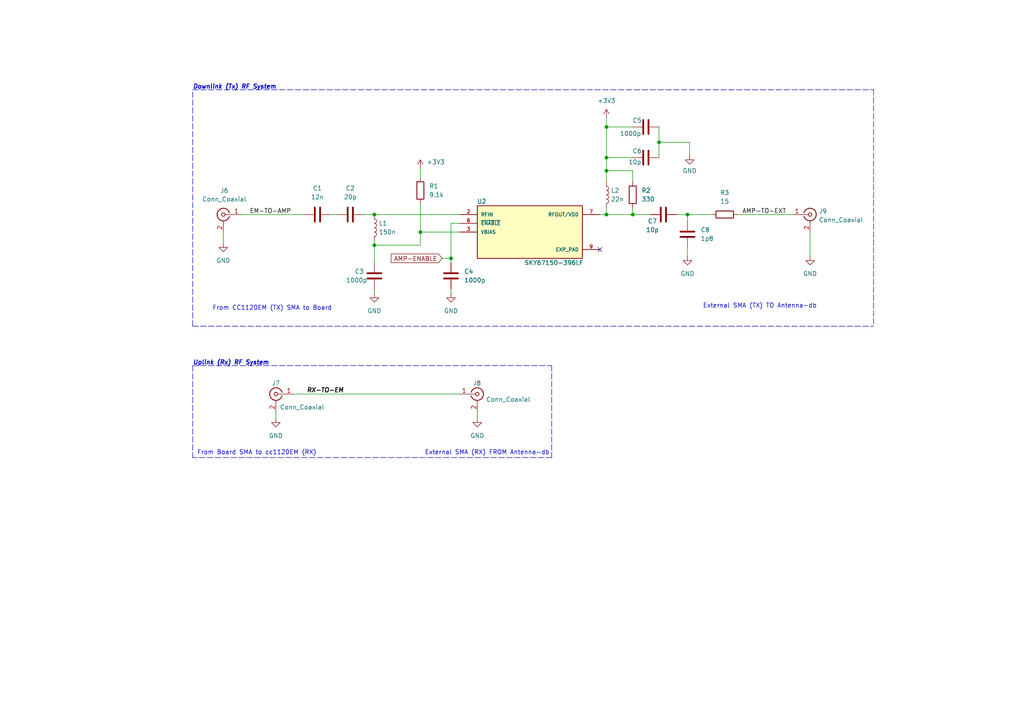
<source format=kicad_sch>
(kicad_sch (version 20211123) (generator eeschema)
  (paper "A4")
  (lib_symbols
    (symbol "Connector:Conn_Coaxial" (pin_names (offset 1.016) hide)
      (property "Reference" "J" (at 0.254 3.048 0))
      (property "Value" "Conn_Coaxial" (at 2.921 0 90))
      (symbol "Conn_Coaxial_0_1"
        (arc (start -1.778 -0.508) (mid 0.2311 -1.8066) (end 1.778 0) (stroke (width 0.254)))
        (polyline (pts (xy -2.54 0) (xy -0.508 0)))
        (polyline (pts (xy 0 -2.54) (xy 0 -1.778)))
        (circle (center 0 0) (radius 0.508) (stroke (width 0.2032)))
        (arc (start 1.778 0) (mid 0.2099 1.8101) (end -1.778 0.508) (stroke (width 0.254)))
      )
      (symbol "Conn_Coaxial_1_1"
        (pin passive line (at -5.08 0 0) (length 2.54) (name "In") (number "1"))
        (pin passive line (at 0 -5.08 90) (length 2.54) (name "Ext") (number "2"))
      )
    )
    (symbol "Device:C" (pin_numbers hide) (pin_names (offset 0.254))
      (property "Reference" "C" (at 0.635 2.54 0))
      (property "Value" "C" (at 0.635 -2.54 0))
      (symbol "C_0_1"
        (polyline (pts (xy -2.032 -0.762) (xy 2.032 -0.762)) (stroke (width 0.508)))
        (polyline (pts (xy -2.032 0.762) (xy 2.032 0.762)) (stroke (width 0.508)))
      )
      (symbol "C_1_1"
        (pin passive line (at 0 3.81 270) (length 2.794) (name "~") (number "1"))
        (pin passive line (at 0 -3.81 90) (length 2.794) (name "~") (number "2"))
      )
    )
    (symbol "Device:L" (pin_numbers hide) (pin_names (offset 1.016) hide)
      (property "Reference" "L" (at -1.27 0 90))
      (property "Value" "L" (at 1.905 0 90))
      (symbol "L_0_1"
        (arc (start 0 -2.54) (mid 0.635 -1.905) (end 0 -1.27))
        (arc (start 0 -1.27) (mid 0.635 -0.635) (end 0 0))
        (arc (start 0 0) (mid 0.635 0.635) (end 0 1.27))
        (arc (start 0 1.27) (mid 0.635 1.905) (end 0 2.54))
      )
      (symbol "L_1_1"
        (pin passive line (at 0 3.81 270) (length 1.27) (name "1") (number "1"))
        (pin passive line (at 0 -3.81 90) (length 1.27) (name "2") (number "2"))
      )
    )
    (symbol "Device:R" (pin_numbers hide) (pin_names (offset 0))
      (property "Reference" "R" (at 2.032 0 90))
      (property "Value" "R" (at 0 0 90))
      (symbol "R_0_1"
        (rectangle (start -1.016 -2.54) (end 1.016 2.54) (stroke (width 0.254)))
      )
      (symbol "R_1_1"
        (pin passive line (at 0 3.81 270) (length 1.27) (name "~") (number "1"))
        (pin passive line (at 0 -3.81 90) (length 1.27) (name "~") (number "2"))
      )
    )
    (symbol "SKY67150-396LF:SKY67150-396LF" (pin_names (offset 1.016))
      (property "Reference" "U" (at -15.2684 8.1432 0))
      (property "Value" "SKY67150-396LF" (at -15.2543 -10.1695 0))
      (symbol "SKY67150-396LF_0_0"
        (rectangle (start -15.24 -7.62) (end 15.24 7.62) (stroke (width 0.254)) (fill (type background)))
        (pin input line (at -20.32 5.08 0) (length 5.08) (name "RFIN") (number "2"))
        (pin input line (at -20.32 0 0) (length 5.08) (name "VBIAS") (number "3"))
        (pin input line (at -20.32 2.54 0) (length 5.08) (name "~{ENABLE}") (number "6"))
        (pin output line (at 20.32 5.08 180) (length 5.08) (name "RFOUT/VDD") (number "7"))
        (pin power_in line (at 20.32 -5.08 180) (length 5.08) (name "EXP_PAD") (number "9"))
      )
    )
    (symbol "power:+3V3" (power) (pin_names (offset 0))
      (property "Value" "+3V3" (at 0 3.556 0))
      (symbol "+3V3_0_1"
        (polyline (pts (xy -0.762 1.27) (xy 0 2.54)))
        (polyline (pts (xy 0 0) (xy 0 2.54)))
        (polyline (pts (xy 0 2.54) (xy 0.762 1.27)))
      )
      (symbol "+3V3_1_1"
        (pin power_in line (at 0 0 90) (length 0) hide (name "+3V3") (number "1"))
      )
    )
    (symbol "power:GND" (power) (pin_names (offset 0))
      (property "Value" "GND" (at 0 -3.81 0))
      (symbol "GND_0_1"
        (polyline (pts (xy 0 0) (xy 0 -1.27) (xy 1.27 -1.27) (xy 0 -2.54) (xy -1.27 -1.27) (xy 0 -1.27)))
      )
      (symbol "GND_1_1"
        (pin power_in line (at 0 0 270) (length 0) hide (name "GND") (number "1"))
      )
    )
  )
  (junction (at 183.515 62.23))
  (junction (at 199.39 62.23))
  (junction (at 175.895 45.72))
  (junction (at 191.135 41.275))
  (junction (at 108.585 62.23))
  (junction (at 175.895 36.83))
  (junction (at 175.895 62.23))
  (junction (at 175.895 49.53))
  (junction (at 108.585 71.12))
  (junction (at 121.92 67.31))
  (junction (at 130.81 74.93))
  (no_connect (at 173.99 72.39))
  (wire (pts (xy 128.27 74.93) (xy 130.81 74.93)))
  (wire (pts (xy 199.39 62.23) (xy 206.375 62.23)))
  (wire (pts (xy 175.895 36.83) (xy 175.895 45.72)))
  (wire (pts (xy 183.515 62.23) (xy 188.595 62.23)))
  (wire (pts (xy 183.515 52.705) (xy 183.515 49.53)))
  (wire (pts (xy 200.025 41.275) (xy 191.135 41.275)))
  (wire (pts (xy 80.01 121.285) (xy 80.01 119.38)))
  (wire (pts (xy 183.515 49.53) (xy 175.895 49.53)))
  (wire (pts (xy 234.95 67.31) (xy 234.95 74.295)))
  (wire (pts (xy 108.585 69.85) (xy 108.585 71.12)))
  (wire (pts (xy 69.85 62.23) (xy 88.265 62.23)))
  (wire (pts (xy 138.43 121.285) (xy 138.43 119.38)))
  (polyline (pts (xy 160.02 106.045) (xy 160.02 132.715)))
  (wire (pts (xy 173.99 62.23) (xy 175.895 62.23)))
  (wire (pts (xy 175.895 60.325) (xy 175.895 62.23)))
  (polyline (pts (xy 55.88 106.045) (xy 160.02 106.045)))
  (wire (pts (xy 95.885 62.23) (xy 97.79 62.23)))
  (wire (pts (xy 130.81 74.93) (xy 130.81 76.2)))
  (wire (pts (xy 213.995 62.23) (xy 229.87 62.23)))
  (wire (pts (xy 108.585 71.12) (xy 108.585 76.2)))
  (polyline (pts (xy 160.02 132.715) (xy 55.88 132.715)))
  (polyline (pts (xy 55.88 26.035) (xy 253.365 26.035)))
  (polyline (pts (xy 55.88 94.615) (xy 253.365 94.615)))
  (wire (pts (xy 121.92 67.31) (xy 133.35 67.31)))
  (wire (pts (xy 133.35 64.77) (xy 130.81 64.77)))
  (wire (pts (xy 108.585 62.23) (xy 133.35 62.23)))
  (wire (pts (xy 175.895 45.72) (xy 175.895 49.53)))
  (polyline (pts (xy 55.88 106.045) (xy 55.88 132.715)))
  (polyline (pts (xy 253.365 26.035) (xy 253.365 94.615)))
  (wire (pts (xy 121.92 59.055) (xy 121.92 67.31)))
  (wire (pts (xy 191.135 41.275) (xy 191.135 45.72)))
  (wire (pts (xy 183.515 60.325) (xy 183.515 62.23)))
  (wire (pts (xy 108.585 85.09) (xy 108.585 83.82)))
  (wire (pts (xy 108.585 71.12) (xy 121.92 71.12)))
  (wire (pts (xy 121.92 48.895) (xy 121.92 51.435)))
  (wire (pts (xy 175.895 34.29) (xy 175.895 36.83)))
  (wire (pts (xy 191.135 36.83) (xy 191.135 41.275)))
  (polyline (pts (xy 55.88 94.615) (xy 55.88 26.035)))
  (wire (pts (xy 200.025 45.085) (xy 200.025 41.275)))
  (wire (pts (xy 175.895 49.53) (xy 175.895 52.705)))
  (wire (pts (xy 175.895 36.83) (xy 183.515 36.83)))
  (wire (pts (xy 64.77 67.31) (xy 64.77 70.485)))
  (wire (pts (xy 175.895 62.23) (xy 183.515 62.23)))
  (wire (pts (xy 175.895 45.72) (xy 183.515 45.72)))
  (wire (pts (xy 121.92 67.31) (xy 121.92 71.12)))
  (wire (pts (xy 130.81 64.77) (xy 130.81 74.93)))
  (wire (pts (xy 199.39 62.23) (xy 199.39 64.135)))
  (wire (pts (xy 196.215 62.23) (xy 199.39 62.23)))
  (wire (pts (xy 130.81 83.82) (xy 130.81 85.09)))
  (wire (pts (xy 85.09 114.3) (xy 133.35 114.3)))
  (wire (pts (xy 199.39 71.755) (xy 199.39 74.295)))
  (wire (pts (xy 105.41 62.23) (xy 108.585 62.23)))
  (text "Uplink (Rx) RF System" (at 55.88 106.045 0) (effects (font (size 1.27 1.27) bold italic) (justify left bottom)))
  (text "External SMA (TX) TO Antenna-db" (at 203.835 89.535 0) (effects (font (size 1.27 1.27)) (justify left bottom)))
  (text "Downlink (Tx) RF System" (at 55.88 26.035 0) (effects (font (size 1.27 1.27) bold italic) (justify left bottom)))
  (text "From CC1120EM (TX) SMA to Board" (at 61.595 90.17 0) (effects (font (size 1.27 1.27)) (justify left bottom)))
  (text "From Board SMA to cc1120EM (RX)" (at 57.15 132.08 0) (effects (font (size 1.27 1.27)) (justify left bottom)))
  (text "External SMA (RX) FROM Antenna-db" (at 123.19 132.08 0) (effects (font (size 1.27 1.27)) (justify left bottom)))
  (label "RX-TO-EM" (at 88.9 114.3 0) (effects (font bold italic)))
  (label "EM-TO-AMP" (at 72.39 62.23 0))
  (label "AMP-TO-EXT" (at 215.265 62.23 0))
  (global_label "AMP-ENABLE" (shape input) (at 128.27 74.93 180) (property "Intersheet References" "${INTERSHEET_REFS}" (effects hide)))
  (symbol (lib_id "power:GND") (at 108.585 85.09 0) (unit 1)
    (property "Reference" "#PWR09" (effects hide))
    (property "Value" "GND" (at 108.585 90.17 0))
  )
  (symbol (lib_id "Device:C") (at 199.39 67.945 0) (unit 1)
    (property "Reference" "C8" (at 203.2 66.6749 0) (effects (justify left)))
    (property "Value" "1p8" (at 203.2 69.2149 0) (effects (justify left)))
    (property "Footprint" "Capacitor_SMD:C_0402_1005Metric" (effects hide))
  )
  (symbol (lib_id "Device:C") (at 108.585 80.01 0) (unit 1)
    (property "Reference" "C3" (at 102.87 78.74 0) (effects (justify left)))
    (property "Value" "1000p" (at 100.33 81.28 0) (effects (justify left)))
    (property "Footprint" "Capacitor_SMD:C_0402_1005Metric" (effects hide))
  )
  (symbol (lib_id "Connector:Conn_Coaxial") (at 234.95 62.23 0) (unit 1)
    (property "Reference" "J9" (at 237.49 61.2531 0) (effects (justify left)))
    (property "Value" "Conn_Coaxial" (at 237.49 63.7931 0) (effects (justify left)))
    (property "Footprint" "Connector_Coaxial:SMA_Amphenol_132134-10_Vertical" (effects hide))
    (property "Datasheet" " ~" (effects hide))
  )
  (symbol (lib_id "power:GND") (at 200.025 45.085 0) (unit 1)
    (property "Reference" "#PWR011" (effects hide))
    (property "Value" "GND" (at 200.025 49.53 0))
  )
  (symbol (lib_id "Device:C") (at 192.405 62.23 90) (unit 1)
    (property "Reference" "C7" (at 189.23 64.135 90))
    (property "Value" "10p" (at 189.23 66.675 90))
    (property "Footprint" "Capacitor_SMD:C_0402_1005Metric" (effects hide))
  )
  (symbol (lib_id "power:+3V3") (at 121.92 48.895 0) (unit 1)
    (property "Reference" "#PWR0105" (effects hide))
    (property "Value" "+3V3" (at 126.365 46.99 0))
  )
  (symbol (lib_id "Device:L") (at 108.585 66.04 0) (unit 1)
    (property "Reference" "L1" (at 109.855 64.7699 0) (effects (justify left)))
    (property "Value" "150n" (at 109.855 67.3099 0) (effects (justify left)))
    (property "Footprint" "Inductor_SMD:L_0402_1005Metric" (effects hide))
  )
  (symbol (lib_id "Device:C") (at 101.6 62.23 90) (unit 1)
    (property "Reference" "C2" (at 101.6 54.61 90))
    (property "Value" "20p" (at 101.6 57.15 90))
    (property "Footprint" "Capacitor_SMD:C_0402_1005Metric" (effects hide))
  )
  (symbol (lib_id "Device:C") (at 187.325 36.83 90) (unit 1)
    (property "Reference" "C5" (at 184.785 34.925 90))
    (property "Value" "1000p" (at 182.88 38.735 90))
    (property "Footprint" "Capacitor_SMD:C_0402_1005Metric" (effects hide))
  )
  (symbol (lib_id "Device:R") (at 210.185 62.23 90) (unit 1)
    (property "Reference" "R3" (at 210.185 55.88 90))
    (property "Value" "15" (at 210.185 58.42 90))
    (property "Footprint" "Resistor_SMD:R_0402_1005Metric" (effects hide))
  )
  (symbol (lib_id "Device:R") (at 183.515 56.515 0) (unit 1)
    (property "Reference" "R2" (at 186.055 55.2449 0) (effects (justify left)))
    (property "Value" "330" (at 186.055 57.7849 0) (effects (justify left)))
    (property "Footprint" "Resistor_SMD:R_0402_1005Metric" (effects hide))
  )
  (symbol (lib_id "Device:L") (at 175.895 56.515 0) (unit 1)
    (property "Reference" "L2" (at 177.165 55.2449 0) (effects (justify left)))
    (property "Value" "22n" (at 177.165 57.7849 0) (effects (justify left)))
    (property "Footprint" "Inductor_SMD:L_0402_1005Metric" (effects hide))
  )
  (symbol (lib_id "power:GND") (at 199.39 74.295 0) (unit 1)
    (property "Reference" "#PWR012" (effects hide))
    (property "Value" "GND" (at 199.39 79.375 0))
  )
  (symbol (lib_id "Device:C") (at 130.81 80.01 0) (unit 1)
    (property "Reference" "C4" (at 134.62 78.7399 0) (effects (justify left)))
    (property "Value" "1000p" (at 134.62 81.2799 0) (effects (justify left)))
    (property "Footprint" "Capacitor_SMD:C_0402_1005Metric" (effects hide))
  )
  (symbol (lib_id "power:GND") (at 130.81 85.09 0) (unit 1)
    (property "Reference" "#PWR010" (effects hide))
    (property "Value" "GND" (at 130.81 90.17 0))
  )
  (symbol (lib_id "power:+3V3") (at 175.895 34.29 0) (unit 1)
    (property "Reference" "#PWR029" (effects hide))
    (property "Value" "+3V3" (at 175.895 29.21 0))
  )
  (symbol (lib_id "Connector:Conn_Coaxial") (at 64.77 62.23 0) (mirror y) (unit 1)
    (property "Reference" "J6" (at 65.0874 55.245 0))
    (property "Value" "Conn_Coaxial" (at 65.0874 57.785 0))
    (property "Footprint" "Connector_Coaxial:SMA_Amphenol_132134-10_Vertical" (effects hide))
    (property "Datasheet" " ~" (effects hide))
  )
  (symbol (lib_id "Device:C") (at 92.075 62.23 270) (unit 1)
    (property "Reference" "C1" (at 92.075 54.61 90))
    (property "Value" "12n" (at 92.075 57.15 90))
    (property "Footprint" "Capacitor_SMD:C_0402_1005Metric" (effects hide))
  )
  (symbol (lib_id "Connector:Conn_Coaxial") (at 138.43 114.3 0) (unit 1)
    (property "Reference" "J8" (at 137.16 111.125 0) (effects (justify left)))
    (property "Value" "Conn_Coaxial" (at 140.97 115.8631 0) (effects (justify left)))
    (property "Footprint" "Connector_Coaxial:SMA_Amphenol_132134-10_Vertical" (effects hide))
    (property "Datasheet" " ~" (effects hide))
  )
  (symbol (lib_id "Device:R") (at 121.92 55.245 0) (unit 1)
    (property "Reference" "R1" (at 124.46 53.9749 0) (effects (justify left)))
    (property "Value" "9.1k" (at 124.46 56.5149 0) (effects (justify left)))
    (property "Footprint" "Resistor_SMD:R_0603_1608Metric" (effects hide))
  )
  (symbol (lib_id "power:GND") (at 64.77 70.485 0) (unit 1)
    (property "Reference" "#PWR0102" (effects hide))
    (property "Value" "GND" (at 64.77 75.565 0))
  )
  (symbol (lib_id "SKY67150-396LF:SKY67150-396LF") (at 153.67 67.31 0) (unit 1)
    (property "Reference" "U2" (at 139.7 58.42 0))
    (property "Value" "SKY67150-396LF" (at 160.655 76.2 0))
    (property "Footprint" "SON50P200X200X80-9N" (effects hide))
    (property "STANDARD" "IPC-7351B" (effects hide))
    (property "SNAPEDA_PACKAE_ID" "8744" (effects hide))
    (property "MANUFACTURER" "Skyworks" (effects hide))
    (property "PARTREV" "May 3,2017" (effects hide))
  )
  (symbol (lib_id "Device:C") (at 187.325 45.72 90) (unit 1)
    (property "Reference" "C6" (at 184.785 43.815 90))
    (property "Value" "10p" (at 184.15 46.99 90))
    (property "Footprint" "Capacitor_SMD:C_0402_1005Metric" (effects hide))
  )
  (symbol (lib_id "power:GND") (at 138.43 121.285 0) (unit 1)
    (property "Reference" "#PWR0103" (effects hide))
    (property "Value" "GND" (at 138.43 126.365 0))
  )
  (symbol (lib_id "power:GND") (at 234.95 74.295 0) (unit 1)
    (property "Reference" "#PWR0101" (effects hide))
    (property "Value" "GND" (at 234.95 79.375 0))
  )
  (symbol (lib_id "Connector:Conn_Coaxial") (at 80.01 114.3 0) (mirror y) (unit 1)
    (property "Reference" "J7" (at 80.01 111.125 0))
    (property "Value" "Conn_Coaxial" (at 87.63 118.11 0))
    (property "Footprint" "Connector_Coaxial:SMA_Amphenol_132134-10_Vertical" (effects hide))
    (property "Datasheet" " ~" (effects hide))
  )
  (symbol (lib_id "power:GND") (at 80.01 121.285 0) (unit 1)
    (property "Reference" "#PWR0104" (effects hide))
    (property "Value" "GND" (at 80.01 126.365 0))
  )
)
</source>
